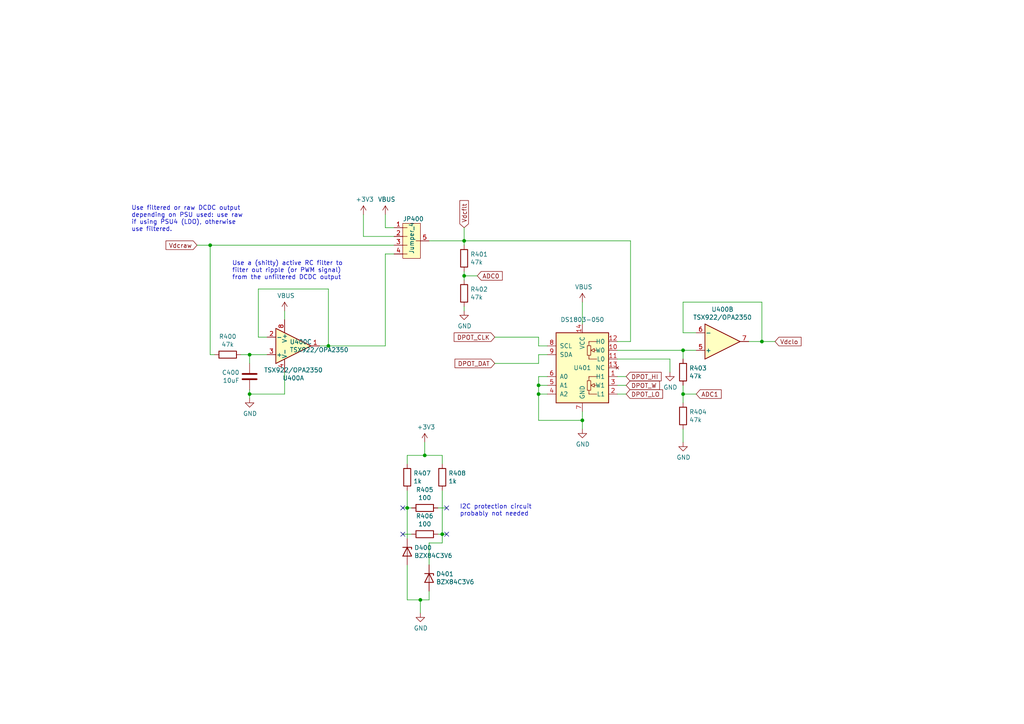
<source format=kicad_sch>
(kicad_sch (version 20211123) (generator eeschema)
  (paper "A4")
  (lib_symbols
    (symbol "Amplifier_Operational:LM358" (pin_names (offset 0.127))
      (property "Reference" "U" (at 0 5.08 0))
      (property "Value" "LM358" (at 0 -5.08 0))
      (symbol "LM358_1_1"
        (polyline (pts (xy -5.08 5.08) (xy 5.08 0) (xy -5.08 -5.08) (xy -5.08 5.08)) (stroke (width 0.254)) (fill (type background)))
        (pin output line (at 7.62 0 180) (length 2.54) (name "~") (number "1"))
        (pin input line (at -7.62 -2.54 0) (length 2.54) (name "-") (number "2"))
        (pin input line (at -7.62 2.54 0) (length 2.54) (name "+") (number "3"))
      )
      (symbol "LM358_2_1"
        (polyline (pts (xy -5.08 5.08) (xy 5.08 0) (xy -5.08 -5.08) (xy -5.08 5.08)) (stroke (width 0.254)) (fill (type background)))
        (pin input line (at -7.62 2.54 0) (length 2.54) (name "+") (number "5"))
        (pin input line (at -7.62 -2.54 0) (length 2.54) (name "-") (number "6"))
        (pin output line (at 7.62 0 180) (length 2.54) (name "~") (number "7"))
      )
      (symbol "LM358_3_1"
        (pin power_in line (at -2.54 -7.62 90) (length 3.81) (name "V-") (number "4"))
        (pin power_in line (at -2.54 7.62 270) (length 3.81) (name "V+") (number "8"))
      )
    )
    (symbol "Device:C" (pin_numbers hide) (pin_names (offset 0.254))
      (property "Reference" "C" (at 0.635 2.54 0))
      (property "Value" "C" (at 0.635 -2.54 0))
      (symbol "C_0_1"
        (polyline (pts (xy -2.032 -0.762) (xy 2.032 -0.762)) (stroke (width 0.508)))
        (polyline (pts (xy -2.032 0.762) (xy 2.032 0.762)) (stroke (width 0.508)))
      )
      (symbol "C_1_1"
        (pin passive line (at 0 3.81 270) (length 2.794) (name "~") (number "1"))
        (pin passive line (at 0 -3.81 90) (length 2.794) (name "~") (number "2"))
      )
    )
    (symbol "Device:D_Zener" (pin_numbers hide) (pin_names (offset 1.016) hide)
      (property "Reference" "D" (at 0 2.54 0))
      (property "Value" "D_Zener" (at 0 -2.54 0))
      (symbol "D_Zener_0_1"
        (polyline (pts (xy 1.27 0) (xy -1.27 0)))
        (polyline (pts (xy -1.27 -1.27) (xy -1.27 1.27) (xy -0.762 1.27)) (stroke (width 0.254)))
        (polyline (pts (xy 1.27 -1.27) (xy 1.27 1.27) (xy -1.27 0) (xy 1.27 -1.27)) (stroke (width 0.254)))
      )
      (symbol "D_Zener_1_1"
        (pin passive line (at -3.81 0 0) (length 2.54) (name "K") (number "1"))
        (pin passive line (at 3.81 0 180) (length 2.54) (name "A") (number "2"))
      )
    )
    (symbol "Device:R" (pin_numbers hide) (pin_names (offset 0))
      (property "Reference" "R" (at 2.032 0 90))
      (property "Value" "R" (at 0 0 90))
      (symbol "R_0_1"
        (rectangle (start -1.016 -2.54) (end 1.016 2.54) (stroke (width 0.254)))
      )
      (symbol "R_1_1"
        (pin passive line (at 0 3.81 270) (length 1.27) (name "~") (number "1"))
        (pin passive line (at 0 -3.81 90) (length 1.27) (name "~") (number "2"))
      )
    )
    (symbol "misc-mcus:DS1803" (pin_names (offset 1.016))
      (property "Reference" "U" (at 0 25.4 0))
      (property "Value" "DS1803" (at 0 22.86 0))
      (symbol "DS1803_1_1"
        (rectangle (start -7.62 10.16) (end 7.62 -10.16) (stroke (width 0.254)) (fill (type background)))
        (polyline (pts (xy 1.905 -7.366) (xy 1.905 -6.5278)))
        (polyline (pts (xy 1.905 -2.7686) (xy 1.905 -3.7084)))
        (polyline (pts (xy 1.905 2.794) (xy 1.905 3.6322)))
        (polyline (pts (xy 1.905 7.3914) (xy 1.905 6.4516)))
        (polyline (pts (xy 3.4798 -5.0546) (xy 4.191 -5.0546)))
        (polyline (pts (xy 3.4798 5.1054) (xy 4.191 5.1054)))
        (polyline (pts (xy 1.905 -7.62) (xy 1.905 -7.366) (xy 1.905 -7.366)) (fill (type background)))
        (polyline (pts (xy 1.905 -7.62) (xy 4.191 -7.62) (xy 4.191 -7.62)) (fill (type background)))
        (polyline (pts (xy 1.905 -2.54) (xy 1.905 -2.794) (xy 1.905 -2.794)))
        (polyline (pts (xy 1.905 -2.54) (xy 4.191 -2.54) (xy 4.191 -2.54)) (fill (type background)))
        (polyline (pts (xy 1.905 2.54) (xy 1.905 2.794) (xy 1.905 2.794)) (fill (type background)))
        (polyline (pts (xy 1.905 2.54) (xy 4.191 2.54) (xy 4.191 2.54)) (fill (type background)))
        (polyline (pts (xy 1.905 7.62) (xy 1.905 7.366) (xy 1.905 7.366)))
        (polyline (pts (xy 1.905 7.62) (xy 4.191 7.62) (xy 4.191 7.62)) (fill (type background)))
        (polyline (pts (xy 3.4798 -4.572) (xy 3.4798 -5.588) (xy 2.4638 -5.08) (xy 3.4798 -4.572) (xy 3.4798 -4.572)) (fill (type background)))
        (polyline (pts (xy 3.4798 5.588) (xy 3.4798 4.572) (xy 2.4638 5.08) (xy 3.4798 5.588) (xy 3.4798 5.588)) (fill (type background)))
        (rectangle (start 1.4224 -3.7338) (end 2.4384 -6.5278))
        (rectangle (start 1.4224 6.4262) (end 2.4384 3.6322))
        (pin passive line (at 10.16 -2.54 180) (length 2.54) (name "H1") (number "1"))
        (pin passive line (at 10.16 5.08 180) (length 2.54) (name "W0") (number "10"))
        (pin passive line (at 10.16 2.54 180) (length 2.54) (name "L0") (number "11"))
        (pin passive line (at 10.16 7.62 180) (length 2.54) (name "H0") (number "12"))
        (pin no_connect line (at 10.16 0 180) (length 2.54) (name "NC") (number "13"))
        (pin power_in line (at 0 12.7 270) (length 2.54) (name "VCC") (number "14"))
        (pin passive line (at 10.16 -7.62 180) (length 2.54) (name "L1") (number "2"))
        (pin passive line (at 10.16 -5.08 180) (length 2.54) (name "W1") (number "3"))
        (pin input line (at -10.16 -7.62 0) (length 2.54) (name "A2") (number "4"))
        (pin input line (at -10.16 -5.08 0) (length 2.54) (name "A1") (number "5"))
        (pin input line (at -10.16 -2.54 0) (length 2.54) (name "A0") (number "6"))
        (pin power_in line (at 0 -12.7 90) (length 2.54) (name "GND") (number "7"))
        (pin input line (at -10.16 6.35 0) (length 2.54) (name "SCL") (number "8"))
        (pin bidirectional line (at -10.16 3.81 0) (length 2.54) (name "SDA") (number "9"))
      )
    )
    (symbol "misc-mcus:Jumper_4" (pin_names (offset 1.016))
      (property "Reference" "JP" (at 0 11.43 0))
      (property "Value" "Jumper_4" (at 0 11.43 0))
      (symbol "Jumper_4_0_1"
        (rectangle (start -2.54 5.08) (end 2.54 -5.08) (fill (type background)))
        (polyline (pts (xy -2.54 -3.81) (xy -1.27 -3.81)))
        (polyline (pts (xy -2.54 -1.27) (xy -1.27 -1.27)))
        (polyline (pts (xy -2.54 1.27) (xy -1.27 1.27)))
        (polyline (pts (xy -2.54 3.81) (xy -1.27 3.81)))
        (polyline (pts (xy 2.54 0) (xy 1.27 0)))
      )
      (symbol "Jumper_4_1_1"
        (pin passive line (at -5.08 3.81 0) (length 2.54) (name "~") (number "1"))
        (pin passive line (at -5.08 1.27 0) (length 2.54) (name "~") (number "2"))
        (pin passive line (at -5.08 -1.27 0) (length 2.54) (name "~") (number "3"))
        (pin passive line (at -5.08 -3.81 0) (length 2.54) (name "~") (number "4"))
        (pin passive line (at 5.08 0 180) (length 2.54) (name "~") (number "5"))
      )
    )
    (symbol "power:+3V3" (power) (pin_names (offset 0))
      (property "Value" "+3V3" (at 0 3.556 0))
      (symbol "+3V3_0_1"
        (polyline (pts (xy -0.762 1.27) (xy 0 2.54)))
        (polyline (pts (xy 0 0) (xy 0 2.54)))
        (polyline (pts (xy 0 2.54) (xy 0.762 1.27)))
      )
      (symbol "+3V3_1_1"
        (pin power_in line (at 0 0 90) (length 0) hide (name "+3V3") (number "1"))
      )
    )
    (symbol "power:GND" (power) (pin_names (offset 0))
      (property "Value" "GND" (at 0 -3.81 0))
      (symbol "GND_0_1"
        (polyline (pts (xy 0 0) (xy 0 -1.27) (xy 1.27 -1.27) (xy 0 -2.54) (xy -1.27 -1.27) (xy 0 -1.27)))
      )
      (symbol "GND_1_1"
        (pin power_in line (at 0 0 270) (length 0) hide (name "GND") (number "1"))
      )
    )
    (symbol "power:VBUS" (power) (pin_names (offset 0))
      (property "Value" "VBUS" (at 0 3.81 0))
      (symbol "VBUS_0_1"
        (polyline (pts (xy -0.762 1.27) (xy 0 2.54)))
        (polyline (pts (xy 0 0) (xy 0 2.54)))
        (polyline (pts (xy 0 2.54) (xy 0.762 1.27)))
      )
      (symbol "VBUS_1_1"
        (pin power_in line (at 0 0 90) (length 0) hide (name "VBUS") (number "1"))
      )
    )
  )
  (junction (at 198.12 114.3))
  (junction (at 121.92 173.99))
  (junction (at 134.62 80.01))
  (junction (at 128.27 154.94))
  (junction (at 60.96 71.12))
  (junction (at 72.39 114.3))
  (junction (at 134.62 69.85))
  (junction (at 156.21 114.3))
  (junction (at 72.39 102.87))
  (junction (at 168.91 121.92))
  (junction (at 123.19 132.08))
  (junction (at 95.25 100.33))
  (junction (at 198.12 101.6))
  (junction (at 156.21 111.76))
  (junction (at 118.11 147.32))
  (junction (at 220.98 99.06))
  (no_connect (at 116.84 154.94))
  (no_connect (at 129.54 154.94))
  (no_connect (at 129.54 147.32))
  (no_connect (at 116.84 147.32))
  (wire (pts (xy 134.62 80.01) (xy 134.62 81.28)))
  (wire (pts (xy 74.93 83.82) (xy 95.25 83.82)))
  (wire (pts (xy 156.21 102.87) (xy 158.75 102.87)))
  (wire (pts (xy 60.96 71.12) (xy 114.3 71.12)))
  (wire (pts (xy 198.12 128.27) (xy 198.12 124.46)))
  (wire (pts (xy 179.07 99.06) (xy 182.88 99.06)))
  (wire (pts (xy 179.07 104.14) (xy 194.31 104.14)))
  (wire (pts (xy 198.12 114.3) (xy 198.12 111.76)))
  (wire (pts (xy 156.21 105.41) (xy 156.21 102.87)))
  (wire (pts (xy 156.21 114.3) (xy 158.75 114.3)))
  (wire (pts (xy 156.21 97.79) (xy 156.21 100.33)))
  (wire (pts (xy 118.11 163.83) (xy 118.11 173.99)))
  (wire (pts (xy 118.11 142.24) (xy 118.11 147.32)))
  (wire (pts (xy 105.41 68.58) (xy 105.41 62.23)))
  (wire (pts (xy 72.39 105.41) (xy 72.39 102.87)))
  (wire (pts (xy 128.27 132.08) (xy 123.19 132.08)))
  (wire (pts (xy 124.46 173.99) (xy 121.92 173.99)))
  (wire (pts (xy 198.12 96.52) (xy 201.93 96.52)))
  (wire (pts (xy 72.39 102.87) (xy 69.85 102.87)))
  (wire (pts (xy 217.17 99.06) (xy 220.98 99.06)))
  (wire (pts (xy 156.21 121.92) (xy 168.91 121.92)))
  (wire (pts (xy 121.92 173.99) (xy 121.92 177.8)))
  (wire (pts (xy 111.76 66.04) (xy 114.3 66.04)))
  (wire (pts (xy 179.07 111.76) (xy 181.61 111.76)))
  (wire (pts (xy 198.12 116.84) (xy 198.12 114.3)))
  (wire (pts (xy 128.27 134.62) (xy 128.27 132.08)))
  (wire (pts (xy 156.21 109.22) (xy 156.21 111.76)))
  (wire (pts (xy 118.11 134.62) (xy 118.11 132.08)))
  (wire (pts (xy 105.41 68.58) (xy 114.3 68.58)))
  (wire (pts (xy 74.93 97.79) (xy 74.93 83.82)))
  (wire (pts (xy 168.91 119.38) (xy 168.91 121.92)))
  (wire (pts (xy 95.25 100.33) (xy 92.71 100.33)))
  (wire (pts (xy 134.62 69.85) (xy 182.88 69.85)))
  (wire (pts (xy 124.46 163.83) (xy 124.46 157.48)))
  (wire (pts (xy 95.25 83.82) (xy 95.25 100.33)))
  (wire (pts (xy 156.21 97.79) (xy 143.51 97.79)))
  (wire (pts (xy 198.12 87.63) (xy 198.12 96.52)))
  (wire (pts (xy 111.76 73.66) (xy 114.3 73.66)))
  (wire (pts (xy 118.11 173.99) (xy 121.92 173.99)))
  (wire (pts (xy 156.21 111.76) (xy 156.21 114.3)))
  (wire (pts (xy 128.27 154.94) (xy 129.54 154.94)))
  (wire (pts (xy 82.55 92.71) (xy 82.55 90.17)))
  (wire (pts (xy 198.12 104.14) (xy 198.12 101.6)))
  (wire (pts (xy 179.07 101.6) (xy 198.12 101.6)))
  (wire (pts (xy 156.21 121.92) (xy 156.21 114.3)))
  (wire (pts (xy 143.51 105.41) (xy 156.21 105.41)))
  (wire (pts (xy 220.98 87.63) (xy 198.12 87.63)))
  (wire (pts (xy 124.46 69.85) (xy 134.62 69.85)))
  (wire (pts (xy 198.12 101.6) (xy 201.93 101.6)))
  (wire (pts (xy 128.27 142.24) (xy 128.27 154.94)))
  (wire (pts (xy 72.39 114.3) (xy 72.39 115.57)))
  (wire (pts (xy 182.88 69.85) (xy 182.88 99.06)))
  (wire (pts (xy 118.11 147.32) (xy 116.84 147.32)))
  (wire (pts (xy 134.62 90.17) (xy 134.62 88.9)))
  (wire (pts (xy 127 147.32) (xy 129.54 147.32)))
  (wire (pts (xy 62.23 102.87) (xy 60.96 102.87)))
  (wire (pts (xy 128.27 157.48) (xy 128.27 154.94)))
  (wire (pts (xy 194.31 104.14) (xy 194.31 107.95)))
  (wire (pts (xy 124.46 157.48) (xy 128.27 157.48)))
  (wire (pts (xy 134.62 71.12) (xy 134.62 69.85)))
  (wire (pts (xy 134.62 80.01) (xy 134.62 78.74)))
  (wire (pts (xy 220.98 99.06) (xy 224.79 99.06)))
  (wire (pts (xy 118.11 156.21) (xy 118.11 147.32)))
  (wire (pts (xy 72.39 113.03) (xy 72.39 114.3)))
  (wire (pts (xy 138.43 80.01) (xy 134.62 80.01)))
  (wire (pts (xy 111.76 100.33) (xy 111.76 73.66)))
  (wire (pts (xy 82.55 114.3) (xy 82.55 107.95)))
  (wire (pts (xy 158.75 109.22) (xy 156.21 109.22)))
  (wire (pts (xy 156.21 100.33) (xy 158.75 100.33)))
  (wire (pts (xy 116.84 154.94) (xy 119.38 154.94)))
  (wire (pts (xy 168.91 93.98) (xy 168.91 87.63)))
  (wire (pts (xy 95.25 100.33) (xy 111.76 100.33)))
  (wire (pts (xy 60.96 102.87) (xy 60.96 71.12)))
  (wire (pts (xy 119.38 147.32) (xy 118.11 147.32)))
  (wire (pts (xy 77.47 97.79) (xy 74.93 97.79)))
  (wire (pts (xy 77.47 102.87) (xy 72.39 102.87)))
  (wire (pts (xy 124.46 171.45) (xy 124.46 173.99)))
  (wire (pts (xy 111.76 66.04) (xy 111.76 62.23)))
  (wire (pts (xy 123.19 128.27) (xy 123.19 132.08)))
  (wire (pts (xy 127 154.94) (xy 128.27 154.94)))
  (wire (pts (xy 168.91 121.92) (xy 168.91 124.46)))
  (wire (pts (xy 181.61 109.22) (xy 179.07 109.22)))
  (wire (pts (xy 134.62 69.85) (xy 134.62 66.04)))
  (wire (pts (xy 72.39 114.3) (xy 82.55 114.3)))
  (wire (pts (xy 220.98 99.06) (xy 220.98 87.63)))
  (wire (pts (xy 181.61 114.3) (xy 179.07 114.3)))
  (wire (pts (xy 201.93 114.3) (xy 198.12 114.3)))
  (wire (pts (xy 158.75 111.76) (xy 156.21 111.76)))
  (wire (pts (xy 57.15 71.12) (xy 60.96 71.12)))
  (wire (pts (xy 118.11 132.08) (xy 123.19 132.08)))
  (text "Use filtered or raw DCDC output\ndepending on PSU used: use raw\nif using PSU4 (LDO), otherwise\nuse filtered." (at 38.1 67.31 0) (effects (font (size 1.27 1.27)) (justify left bottom)))
  (text "Use a (shitty) active RC filter to\nfilter out ripple (or PWM signal)\nfrom the unfiltered DCDC output" (at 67.31 81.28 0) (effects (font (size 1.27 1.27)) (justify left bottom)))
  (text "I2C protection circuit\nprobably not needed" (at 133.35 149.86 0) (effects (font (size 1.27 1.27)) (justify left bottom)))
  (global_label "DPOT_CLK" (shape input) (at 143.51 97.79 180) (property "Intersheet References" "${INTERSHEET_REFS}" (effects hide)))
  (global_label "DPOT_LO" (shape input) (at 181.61 114.3 0) (property "Intersheet References" "${INTERSHEET_REFS}" (effects hide)))
  (global_label "DPOT_DAT" (shape input) (at 143.51 105.41 180) (property "Intersheet References" "${INTERSHEET_REFS}" (effects hide)))
  (global_label "Vdcraw" (shape input) (at 57.15 71.12 180) (property "Intersheet References" "${INTERSHEET_REFS}" (effects hide)))
  (global_label "DPOT_W" (shape input) (at 181.61 111.76 0) (property "Intersheet References" "${INTERSHEET_REFS}" (effects hide)))
  (global_label "ADC1" (shape input) (at 201.93 114.3 0) (property "Intersheet References" "${INTERSHEET_REFS}" (effects hide)))
  (global_label "Vdcflt" (shape input) (at 134.62 66.04 90) (property "Intersheet References" "${INTERSHEET_REFS}" (effects hide)))
  (global_label "Vdclo" (shape input) (at 224.79 99.06 0) (property "Intersheet References" "${INTERSHEET_REFS}" (effects hide)))
  (global_label "DPOT_HI" (shape input) (at 181.61 109.22 0) (property "Intersheet References" "${INTERSHEET_REFS}" (effects hide)))
  (global_label "ADC0" (shape input) (at 138.43 80.01 0) (property "Intersheet References" "${INTERSHEET_REFS}" (effects hide)))
  (symbol (lib_id "Device:R") (at 123.19 147.32 270) (unit 1) (in_bom no) (on_board no)
    (property "Reference" "R405" (at 123.19 142.0622 90))
    (property "Value" "100" (at 123.19 144.3736 90))
    (property "Footprint" "Resistor_SMD:R_0402_1005Metric_Pad0.72x0.64mm_HandSolder" (effects hide))
  )
  (symbol (lib_id "Device:R") (at 123.19 154.94 270) (unit 1) (in_bom no) (on_board no)
    (property "Reference" "R406" (at 123.19 149.6822 90))
    (property "Value" "100" (at 123.19 151.9936 90))
    (property "Footprint" "Resistor_SMD:R_0402_1005Metric_Pad0.72x0.64mm_HandSolder" (effects hide))
  )
  (symbol (lib_id "Device:R") (at 118.11 138.43 0) (unit 1) (in_bom no) (on_board no)
    (property "Reference" "R407" (at 119.888 137.2616 0) (effects (justify left)))
    (property "Value" "1k" (at 119.888 139.573 0) (effects (justify left)))
    (property "Footprint" "Resistor_SMD:R_0402_1005Metric_Pad0.72x0.64mm_HandSolder" (effects hide))
  )
  (symbol (lib_id "Device:R") (at 128.27 138.43 0) (unit 1) (in_bom no) (on_board no)
    (property "Reference" "R408" (at 130.048 137.2616 0) (effects (justify left)))
    (property "Value" "1k" (at 130.048 139.573 0) (effects (justify left)))
    (property "Footprint" "Resistor_SMD:R_0402_1005Metric_Pad0.72x0.64mm_HandSolder" (effects hide))
  )
  (symbol (lib_id "Device:D_Zener") (at 118.11 160.02 270) (unit 1) (in_bom no) (on_board no)
    (property "Reference" "D400" (at 120.142 158.8516 90) (effects (justify left)))
    (property "Value" "BZX84C3V6" (at 120.142 161.163 90) (effects (justify left)))
    (property "Footprint" "Diode_SMD:D_SOT-23_ANK" (effects hide))
    (property "Datasheet" "https://www.farnell.com/datasheets/1911825.pdf" (effects hide))
  )
  (symbol (lib_id "Device:D_Zener") (at 124.46 167.64 270) (unit 1) (in_bom no) (on_board no)
    (property "Reference" "D401" (at 126.492 166.4716 90) (effects (justify left)))
    (property "Value" "BZX84C3V6" (at 126.492 168.783 90) (effects (justify left)))
    (property "Footprint" "Diode_SMD:D_SOT-23_ANK" (effects hide))
    (property "Datasheet" "https://www.farnell.com/datasheets/1911825.pdf" (effects hide))
  )
  (symbol (lib_id "power:GND") (at 121.92 177.8 0) (unit 1)
    (property "Reference" "#PWR0155" (effects hide))
    (property "Value" "GND" (at 122.047 182.1942 0))
  )
  (symbol (lib_id "Amplifier_Operational:LM358") (at 209.55 99.06 0) (mirror x) (unit 2)
    (property "Reference" "U400" (at 209.55 89.7382 0))
    (property "Value" "TSX922/OPA2350" (at 209.55 92.0496 0))
    (property "Footprint" "Package_SO:SO-8_3.9x4.9mm_P1.27mm" (effects hide))
    (property "Datasheet" "http://www.ti.com/lit/ds/symlink/lm2904-n.pdf" (effects hide))
  )
  (symbol (lib_id "Amplifier_Operational:LM358") (at 85.09 100.33 0) (mirror x) (unit 1)
    (property "Reference" "U400" (at 85.09 109.6518 0))
    (property "Value" "TSX922/OPA2350" (at 85.09 107.3404 0))
    (property "Footprint" "Package_SO:SO-8_3.9x4.9mm_P1.27mm" (effects hide))
    (property "Datasheet" "http://www.ti.com/lit/ds/symlink/lm2904-n.pdf" (effects hide))
  )
  (symbol (lib_id "Amplifier_Operational:LM358") (at 85.09 100.33 0) (unit 3)
    (property "Reference" "U400" (at 84.0232 99.1616 0) (effects (justify left)))
    (property "Value" "TSX922/OPA2350" (at 84.0232 101.473 0) (effects (justify left)))
    (property "Footprint" "Package_SO:SO-8_3.9x4.9mm_P1.27mm" (effects hide))
    (property "Datasheet" "http://www.ti.com/lit/ds/symlink/lm2904-n.pdf" (effects hide))
  )
  (symbol (lib_id "Device:R") (at 66.04 102.87 270) (unit 1)
    (property "Reference" "R400" (at 66.04 97.6122 90))
    (property "Value" "47k" (at 66.04 99.9236 90))
    (property "Footprint" "Resistor_SMD:R_0805_2012Metric_Pad1.20x1.40mm_HandSolder" (effects hide))
  )
  (symbol (lib_id "Device:C") (at 72.39 109.22 0) (mirror y) (unit 1)
    (property "Reference" "C400" (at 69.469 108.0516 0) (effects (justify left)))
    (property "Value" "10uF" (at 69.469 110.363 0) (effects (justify left)))
    (property "Footprint" "Capacitor_SMD:C_0805_2012Metric_Pad1.18x1.45mm_HandSolder" (effects hide))
  )
  (symbol (lib_id "power:GND") (at 72.39 115.57 0) (unit 1)
    (property "Reference" "#PWR0141" (effects hide))
    (property "Value" "GND" (at 72.517 119.9642 0))
  )
  (symbol (lib_id "power:VBUS") (at 82.55 90.17 0) (unit 1)
    (property "Reference" "#PWR0142" (effects hide))
    (property "Value" "VBUS" (at 82.931 85.7758 0))
  )
  (symbol (lib_id "Device:R") (at 134.62 74.93 0) (unit 1)
    (property "Reference" "R401" (at 136.398 73.7616 0) (effects (justify left)))
    (property "Value" "47k" (at 136.398 76.073 0) (effects (justify left)))
    (property "Footprint" "Resistor_SMD:R_0805_2012Metric_Pad1.20x1.40mm_HandSolder" (effects hide))
  )
  (symbol (lib_id "Device:R") (at 134.62 85.09 0) (unit 1)
    (property "Reference" "R402" (at 136.398 83.9216 0) (effects (justify left)))
    (property "Value" "47k" (at 136.398 86.233 0) (effects (justify left)))
    (property "Footprint" "Resistor_SMD:R_0805_2012Metric_Pad1.20x1.40mm_HandSolder" (effects hide))
  )
  (symbol (lib_id "power:GND") (at 134.62 90.17 0) (unit 1)
    (property "Reference" "#PWR0143" (effects hide))
    (property "Value" "GND" (at 134.747 94.5642 0))
  )
  (symbol (lib_id "misc-mcus:DS1803") (at 168.91 106.68 0) (unit 1)
    (property "Reference" "U401" (at 168.91 106.68 0))
    (property "Value" "DS1803-050" (at 168.91 92.71 0))
    (property "Footprint" "Package_SO:TSSOP-14_4.4x5mm_P0.65mm" (effects hide))
  )
  (symbol (lib_id "power:+3V3") (at 123.19 128.27 0) (unit 1)
    (property "Reference" "#PWR0144" (effects hide))
    (property "Value" "+3V3" (at 123.571 123.8758 0))
  )
  (symbol (lib_id "power:GND") (at 168.91 124.46 0) (unit 1)
    (property "Reference" "#PWR0145" (effects hide))
    (property "Value" "GND" (at 169.037 128.8542 0))
  )
  (symbol (lib_id "power:GND") (at 194.31 107.95 0) (unit 1)
    (property "Reference" "#PWR0146" (effects hide))
    (property "Value" "GND" (at 194.437 112.3442 0))
  )
  (symbol (lib_id "power:VBUS") (at 168.91 87.63 0) (unit 1)
    (property "Reference" "#PWR0147" (effects hide))
    (property "Value" "VBUS" (at 169.291 83.2358 0))
  )
  (symbol (lib_id "Device:R") (at 198.12 107.95 0) (unit 1)
    (property "Reference" "R403" (at 199.898 106.7816 0) (effects (justify left)))
    (property "Value" "47k" (at 199.898 109.093 0) (effects (justify left)))
    (property "Footprint" "Resistor_SMD:R_0805_2012Metric_Pad1.20x1.40mm_HandSolder" (effects hide))
  )
  (symbol (lib_id "Device:R") (at 198.12 120.65 0) (unit 1)
    (property "Reference" "R404" (at 199.898 119.4816 0) (effects (justify left)))
    (property "Value" "47k" (at 199.898 121.793 0) (effects (justify left)))
    (property "Footprint" "Resistor_SMD:R_0805_2012Metric_Pad1.20x1.40mm_HandSolder" (effects hide))
  )
  (symbol (lib_id "power:GND") (at 198.12 128.27 0) (unit 1)
    (property "Reference" "#PWR0148" (effects hide))
    (property "Value" "GND" (at 198.247 132.6642 0))
  )
  (symbol (lib_id "misc-mcus:Jumper_4") (at 119.38 69.85 0) (unit 1)
    (property "Reference" "JP400" (at 116.84 63.5 0) (effects (justify left)))
    (property "Value" "Jumper_4" (at 119.38 73.66 90) (effects (justify left)))
    (property "Footprint" "chip-bo:Jumper4_PinHeader" (effects hide))
  )
  (symbol (lib_id "power:+3V3") (at 105.41 62.23 0) (unit 1)
    (property "Reference" "#PWR0108" (effects hide))
    (property "Value" "+3V3" (at 105.791 57.8358 0))
  )
  (symbol (lib_id "power:VBUS") (at 111.76 62.23 0) (unit 1)
    (property "Reference" "#PWR0109" (effects hide))
    (property "Value" "VBUS" (at 112.141 57.8358 0))
  )
)
</source>
